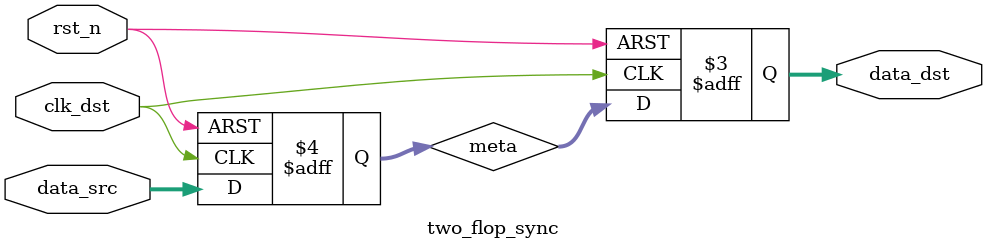
<source format=sv>
module two_flop_sync #(parameter WIDTH = 8) (
    input wire clk_dst,
    input wire rst_n,
    input wire [WIDTH-1:0] data_src,
    output reg [WIDTH-1:0] data_dst
);
    reg [WIDTH-1:0] meta;

    always @(posedge clk_dst or negedge rst_n) begin
        if (!rst_n) begin
            meta    <= {WIDTH{1'b0}};
            data_dst <= {WIDTH{1'b0}};
        end else begin
            meta    <= data_src;
            data_dst <= meta;
        end
    end
endmodule
</source>
